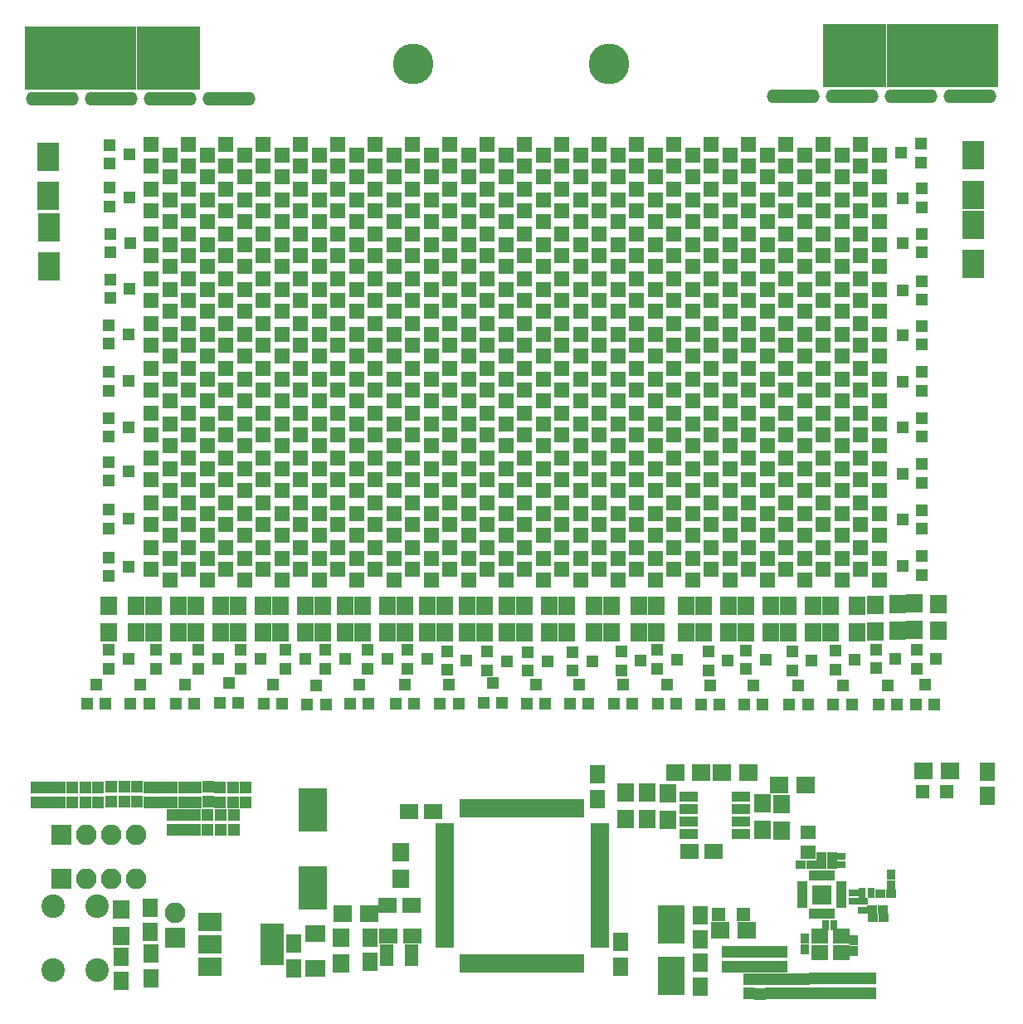
<source format=gbr>
G04 #@! TF.FileFunction,Soldermask,Top*
%FSLAX46Y46*%
G04 Gerber Fmt 4.6, Leading zero omitted, Abs format (unit mm)*
G04 Created by KiCad (PCBNEW 4.0.7) date 05/19/20 22:09:12*
%MOMM*%
%LPD*%
G01*
G04 APERTURE LIST*
%ADD10C,0.100000*%
%ADD11R,1.650000X1.900000*%
%ADD12R,1.150000X1.200000*%
%ADD13R,1.300000X1.200000*%
%ADD14R,1.600000X1.600000*%
%ADD15R,1.400000X1.400000*%
%ADD16R,1.000000X0.800000*%
%ADD17R,2.100000X2.100000*%
%ADD18O,2.100000X2.100000*%
%ADD19C,2.400000*%
%ADD20R,1.900000X1.650000*%
%ADD21R,1.700000X1.900000*%
%ADD22R,2.400000X4.200000*%
%ADD23R,2.400000X1.900000*%
%ADD24R,1.900000X1.700000*%
%ADD25R,2.800000X3.900000*%
%ADD26R,1.400000X2.200000*%
%ADD27R,1.000000X0.900000*%
%ADD28R,0.900000X1.000000*%
%ADD29R,0.800000X1.000000*%
%ADD30R,1.800000X1.600000*%
%ADD31R,1.130000X0.700000*%
%ADD32R,0.700000X1.130000*%
%ADD33R,1.150000X1.150000*%
%ADD34R,0.680000X1.900000*%
%ADD35R,1.900000X0.680000*%
%ADD36R,2.100000X1.700000*%
%ADD37R,2.200000X2.900000*%
%ADD38R,6.400000X6.400000*%
%ADD39R,1.950000X1.000000*%
%ADD40R,1.200000X1.300000*%
%ADD41R,1.650000X1.400000*%
%ADD42C,4.150000*%
%ADD43R,11.400000X6.400000*%
%ADD44O,5.400000X1.400000*%
%ADD45R,2.900000X4.400000*%
G04 APERTURE END LIST*
D10*
D11*
X119300000Y-143150000D03*
X119300000Y-140650000D03*
D12*
X124245800Y-143829400D03*
X124245800Y-142329400D03*
X57800000Y-122850000D03*
X57800000Y-124350000D03*
D13*
X111190000Y-108940000D03*
X111190000Y-110840000D03*
X113190000Y-109890000D03*
D14*
X128016000Y-91397000D03*
X128016000Y-89197000D03*
X82296000Y-59393000D03*
X82296000Y-57193000D03*
X120396000Y-59393000D03*
X120396000Y-57193000D03*
D15*
X123650000Y-135750000D03*
X121150000Y-135750000D03*
D16*
X134970000Y-134430000D03*
X134970000Y-133530000D03*
D11*
X111150000Y-141100000D03*
X111150000Y-138600000D03*
X119300000Y-135850000D03*
X119300000Y-138350000D03*
D17*
X54100000Y-132100000D03*
D18*
X56640000Y-132100000D03*
X59180000Y-132100000D03*
X61720000Y-132100000D03*
D19*
X53200000Y-134900000D03*
X57700000Y-134900000D03*
X53200000Y-141400000D03*
X57700000Y-141400000D03*
D11*
X85618000Y-138116000D03*
X85618000Y-140616000D03*
D20*
X89928000Y-137996000D03*
X87428000Y-137996000D03*
D21*
X82575000Y-140800000D03*
X82575000Y-138100000D03*
D22*
X75550000Y-138800000D03*
D23*
X69250000Y-138800000D03*
X69250000Y-141100000D03*
X69250000Y-136500000D03*
D11*
X63100000Y-135050000D03*
X63100000Y-137550000D03*
X63200000Y-139750000D03*
X63200000Y-142250000D03*
D24*
X82750000Y-135725000D03*
X85450000Y-135725000D03*
D21*
X60200000Y-135250000D03*
X60200000Y-137950000D03*
D20*
X87350000Y-134800000D03*
X89850000Y-134800000D03*
D11*
X77800000Y-138750000D03*
X77800000Y-141250000D03*
D25*
X116300000Y-142000000D03*
X116300000Y-136800000D03*
D26*
X89768000Y-139936000D03*
X87268000Y-139936000D03*
D27*
X132758000Y-129816000D03*
X131658000Y-129816000D03*
X132718000Y-130696000D03*
X131618000Y-130696000D03*
X129498000Y-130676000D03*
X130598000Y-130676000D03*
D28*
X129928000Y-139356000D03*
X129928000Y-138256000D03*
X134952000Y-139464000D03*
X134952000Y-138364000D03*
D27*
X137980000Y-136080000D03*
X136880000Y-136080000D03*
X137910000Y-135260000D03*
X136810000Y-135260000D03*
X137620000Y-133610000D03*
X138720000Y-133610000D03*
D28*
X138710000Y-131670000D03*
X138710000Y-132770000D03*
D29*
X136690000Y-133570000D03*
X135790000Y-133570000D03*
D16*
X135890000Y-135340000D03*
X135890000Y-134440000D03*
D29*
X132943000Y-136851000D03*
X132043000Y-136851000D03*
D16*
X133608000Y-129826000D03*
X133608000Y-130726000D03*
D30*
X131443000Y-139701000D03*
X133643000Y-139701000D03*
X133643000Y-138001000D03*
X131443000Y-138001000D03*
D17*
X54100000Y-127600000D03*
D18*
X56640000Y-127600000D03*
X59180000Y-127600000D03*
X61720000Y-127600000D03*
D31*
X129700000Y-132743000D03*
X129700000Y-133243000D03*
X129700000Y-133743000D03*
X129700000Y-134243000D03*
X129700000Y-134743000D03*
D32*
X130665000Y-135708000D03*
X131165000Y-135708000D03*
X131665000Y-135708000D03*
X132165000Y-135708000D03*
X132665000Y-135708000D03*
D31*
X133630000Y-134743000D03*
X133630000Y-134243000D03*
X133630000Y-133743000D03*
X133630000Y-133243000D03*
X133630000Y-132743000D03*
D32*
X132665000Y-131778000D03*
X132165000Y-131778000D03*
X131665000Y-131778000D03*
X131165000Y-131778000D03*
X130665000Y-131778000D03*
D33*
X132040000Y-134118000D03*
X132040000Y-133368000D03*
X131290000Y-134118000D03*
X131290000Y-133368000D03*
D34*
X95098000Y-140726000D03*
X95598000Y-140726000D03*
X96098000Y-140726000D03*
X96598000Y-140726000D03*
X97098000Y-140726000D03*
X97598000Y-140726000D03*
X98098000Y-140726000D03*
X98598000Y-140726000D03*
X99098000Y-140726000D03*
X99598000Y-140726000D03*
X100098000Y-140726000D03*
X100598000Y-140726000D03*
X101098000Y-140726000D03*
X101598000Y-140726000D03*
X102098000Y-140726000D03*
X102598000Y-140726000D03*
X103098000Y-140726000D03*
X103598000Y-140726000D03*
X104098000Y-140726000D03*
X104598000Y-140726000D03*
X105098000Y-140726000D03*
X105598000Y-140726000D03*
X106098000Y-140726000D03*
X106598000Y-140726000D03*
X107098000Y-140726000D03*
D35*
X108998000Y-138826000D03*
X108998000Y-138326000D03*
X108998000Y-137826000D03*
X108998000Y-137326000D03*
X108998000Y-136826000D03*
X108998000Y-136326000D03*
X108998000Y-135826000D03*
X108998000Y-135326000D03*
X108998000Y-134826000D03*
X108998000Y-134326000D03*
X108998000Y-133826000D03*
X108998000Y-133326000D03*
X108998000Y-132826000D03*
X108998000Y-132326000D03*
X108998000Y-131826000D03*
X108998000Y-131326000D03*
X108998000Y-130826000D03*
X108998000Y-130326000D03*
X108998000Y-129826000D03*
X108998000Y-129326000D03*
X108998000Y-128826000D03*
X108998000Y-128326000D03*
X108998000Y-127826000D03*
X108998000Y-127326000D03*
X108998000Y-126826000D03*
D34*
X107098000Y-124926000D03*
X106598000Y-124926000D03*
X106098000Y-124926000D03*
X105598000Y-124926000D03*
X105098000Y-124926000D03*
X104598000Y-124926000D03*
X104098000Y-124926000D03*
X103598000Y-124926000D03*
X103098000Y-124926000D03*
X102598000Y-124926000D03*
X102098000Y-124926000D03*
X101598000Y-124926000D03*
X101098000Y-124926000D03*
X100598000Y-124926000D03*
X100098000Y-124926000D03*
X99598000Y-124926000D03*
X99098000Y-124926000D03*
X98598000Y-124926000D03*
X98098000Y-124926000D03*
X97598000Y-124926000D03*
X97098000Y-124926000D03*
X96598000Y-124926000D03*
X96098000Y-124926000D03*
X95598000Y-124926000D03*
X95098000Y-124926000D03*
D35*
X93198000Y-126826000D03*
X93198000Y-127326000D03*
X93198000Y-127826000D03*
X93198000Y-128326000D03*
X93198000Y-128826000D03*
X93198000Y-129326000D03*
X93198000Y-129826000D03*
X93198000Y-130326000D03*
X93198000Y-130826000D03*
X93198000Y-131326000D03*
X93198000Y-131826000D03*
X93198000Y-132326000D03*
X93198000Y-132826000D03*
X93198000Y-133326000D03*
X93198000Y-133826000D03*
X93198000Y-134326000D03*
X93198000Y-134826000D03*
X93198000Y-135326000D03*
X93198000Y-135826000D03*
X93198000Y-136326000D03*
X93198000Y-136826000D03*
X93198000Y-137326000D03*
X93198000Y-137826000D03*
X93198000Y-138326000D03*
X93198000Y-138826000D03*
D20*
X118150000Y-129300000D03*
X120650000Y-129300000D03*
D36*
X80000000Y-141250000D03*
X80000000Y-137750000D03*
D24*
X121300000Y-137400000D03*
X124000000Y-137400000D03*
X124200000Y-121300000D03*
X121500000Y-121300000D03*
X130000000Y-122550000D03*
X127300000Y-122550000D03*
D21*
X125650000Y-124450000D03*
X125650000Y-127150000D03*
X127550000Y-127200000D03*
X127550000Y-124500000D03*
D24*
X144750000Y-121100000D03*
X142050000Y-121100000D03*
X116700000Y-121300000D03*
X119400000Y-121300000D03*
D21*
X111650000Y-123350000D03*
X111650000Y-126050000D03*
X115950000Y-123400000D03*
X115950000Y-126100000D03*
X113850000Y-126000000D03*
X113850000Y-123300000D03*
D37*
X52775000Y-69675000D03*
X52775000Y-65675000D03*
X52750000Y-62450000D03*
X52750000Y-58450000D03*
X147125000Y-69425000D03*
X147125000Y-65425000D03*
X147100000Y-62325000D03*
X147100000Y-58325000D03*
D38*
X65000000Y-48375000D03*
X135000000Y-48125000D03*
D39*
X123450000Y-127555000D03*
X123450000Y-126285000D03*
X123450000Y-125015000D03*
X123450000Y-123745000D03*
X118050000Y-123745000D03*
X118050000Y-125015000D03*
X118050000Y-126285000D03*
X118050000Y-127555000D03*
D11*
X108800000Y-121500000D03*
X108800000Y-124000000D03*
D20*
X89550000Y-125300000D03*
X92050000Y-125300000D03*
D11*
X60200000Y-140050000D03*
X60200000Y-142550000D03*
X148550000Y-123700000D03*
X148550000Y-121200000D03*
D15*
X141950000Y-123250000D03*
X144450000Y-123250000D03*
D40*
X141270000Y-114310000D03*
X143170000Y-114310000D03*
X142220000Y-112310000D03*
X105948000Y-114276000D03*
X107848000Y-114276000D03*
X106898000Y-112276000D03*
X70248000Y-114176000D03*
X72148000Y-114176000D03*
X71198000Y-112176000D03*
X137448000Y-114376000D03*
X139348000Y-114376000D03*
X138398000Y-112376000D03*
X101548000Y-114276000D03*
X103448000Y-114276000D03*
X102498000Y-112276000D03*
X65748000Y-114276000D03*
X67648000Y-114276000D03*
X66698000Y-112276000D03*
X132848000Y-114376000D03*
X134748000Y-114376000D03*
X133798000Y-112376000D03*
X97148000Y-114176000D03*
X99048000Y-114176000D03*
X98098000Y-112176000D03*
X61148000Y-114276000D03*
X63048000Y-114276000D03*
X62098000Y-112276000D03*
X128348000Y-114376000D03*
X130248000Y-114376000D03*
X129298000Y-112376000D03*
X92698000Y-114276000D03*
X94598000Y-114276000D03*
X93648000Y-112276000D03*
X56698000Y-114296000D03*
X58598000Y-114296000D03*
X57648000Y-112296000D03*
X88198000Y-114276000D03*
X90098000Y-114276000D03*
X89148000Y-112276000D03*
X119348000Y-114376000D03*
X121248000Y-114376000D03*
X120298000Y-112376000D03*
X83548000Y-114276000D03*
X85448000Y-114276000D03*
X84498000Y-112276000D03*
X114948000Y-114276000D03*
X116848000Y-114276000D03*
X115898000Y-112276000D03*
X79148000Y-114376000D03*
X81048000Y-114376000D03*
X80098000Y-112376000D03*
X110448000Y-114276000D03*
X112348000Y-114276000D03*
X111398000Y-112276000D03*
X74742000Y-114284000D03*
X76642000Y-114284000D03*
X75692000Y-112284000D03*
D13*
X59098000Y-66326000D03*
X59098000Y-68226000D03*
X61098000Y-67276000D03*
D21*
X141150000Y-104050000D03*
X141150000Y-106750000D03*
X105664000Y-104314000D03*
X105664000Y-107014000D03*
X72136000Y-104314000D03*
X72136000Y-107014000D03*
X137125000Y-104225000D03*
X137125000Y-106925000D03*
X101346000Y-104314000D03*
X101346000Y-107014000D03*
X67818000Y-104314000D03*
X67818000Y-107014000D03*
X132588000Y-104314000D03*
X132588000Y-107014000D03*
X97282000Y-104314000D03*
X97282000Y-107014000D03*
X63500000Y-104314000D03*
X63500000Y-107014000D03*
X128270000Y-104314000D03*
X128270000Y-107014000D03*
X93218000Y-104314000D03*
X93218000Y-107014000D03*
X58928000Y-104314000D03*
X58928000Y-107014000D03*
X123952000Y-104314000D03*
X123952000Y-107014000D03*
X89154000Y-104314000D03*
X89154000Y-107014000D03*
X119634000Y-104314000D03*
X119634000Y-107014000D03*
X84836000Y-104314000D03*
X84836000Y-107014000D03*
X114808000Y-104314000D03*
X114808000Y-107014000D03*
X80772000Y-104314000D03*
X80772000Y-107014000D03*
X110236000Y-104314000D03*
X110236000Y-107014000D03*
X76454000Y-104314000D03*
X76454000Y-107014000D03*
D40*
X123748000Y-114376000D03*
X125648000Y-114376000D03*
X124698000Y-112376000D03*
D13*
X59000000Y-57250000D03*
X59000000Y-59150000D03*
X61000000Y-58200000D03*
X58898000Y-80416000D03*
X58898000Y-82316000D03*
X60898000Y-81366000D03*
X58998000Y-61626000D03*
X58998000Y-63526000D03*
X60998000Y-62576000D03*
X58908000Y-85136000D03*
X58908000Y-87036000D03*
X60908000Y-86086000D03*
X58908000Y-89606000D03*
X58908000Y-91506000D03*
X60908000Y-90556000D03*
X59048000Y-70976000D03*
X59048000Y-72876000D03*
X61048000Y-71926000D03*
X58928000Y-94456000D03*
X58928000Y-96356000D03*
X60928000Y-95406000D03*
X58898000Y-75626000D03*
X58898000Y-77526000D03*
X60898000Y-76576000D03*
X58898000Y-99326000D03*
X58898000Y-101226000D03*
X60898000Y-100276000D03*
X141898000Y-101126000D03*
X141898000Y-99226000D03*
X139898000Y-100176000D03*
X141898000Y-77626000D03*
X141898000Y-75726000D03*
X139898000Y-76676000D03*
X141898000Y-96426000D03*
X141898000Y-94526000D03*
X139898000Y-95476000D03*
X141898000Y-73026000D03*
X141898000Y-71126000D03*
X139898000Y-72076000D03*
X141898000Y-91726000D03*
X141898000Y-89826000D03*
X139898000Y-90776000D03*
X141898000Y-68226000D03*
X141898000Y-66326000D03*
X139898000Y-67276000D03*
X141898000Y-87026000D03*
X141898000Y-85126000D03*
X139898000Y-86076000D03*
X141898000Y-63626000D03*
X141898000Y-61726000D03*
X139898000Y-62676000D03*
X141898000Y-82326000D03*
X141898000Y-80426000D03*
X139898000Y-81376000D03*
X141798000Y-59026000D03*
X141798000Y-57126000D03*
X139798000Y-58076000D03*
D14*
X135636000Y-59393000D03*
X135636000Y-57193000D03*
X131826000Y-59393000D03*
X131826000Y-57193000D03*
X128016000Y-59393000D03*
X128016000Y-57193000D03*
X124206000Y-59393000D03*
X124206000Y-57193000D03*
X116586000Y-59393000D03*
X116586000Y-57193000D03*
X112776000Y-59393000D03*
X112776000Y-57193000D03*
X108966000Y-59393000D03*
X108966000Y-57193000D03*
X105156000Y-59393000D03*
X105156000Y-57193000D03*
X101346000Y-59393000D03*
X101346000Y-57193000D03*
X97536000Y-59393000D03*
X97536000Y-57193000D03*
X93726000Y-59393000D03*
X93726000Y-57193000D03*
X89916000Y-59393000D03*
X89916000Y-57193000D03*
X86106000Y-59393000D03*
X86106000Y-57193000D03*
X78486000Y-59393000D03*
X78486000Y-57193000D03*
X74676000Y-59393000D03*
X74676000Y-57193000D03*
X70866000Y-59393000D03*
X70866000Y-57193000D03*
X67056000Y-59393000D03*
X67056000Y-57193000D03*
X63246000Y-59393000D03*
X63246000Y-57193000D03*
X137541000Y-60536000D03*
X137541000Y-58336000D03*
X133731000Y-60536000D03*
X133731000Y-58336000D03*
X129921000Y-60536000D03*
X129921000Y-58336000D03*
X126111000Y-60536000D03*
X126111000Y-58336000D03*
X122301000Y-60536000D03*
X122301000Y-58336000D03*
X118491000Y-60536000D03*
X118491000Y-58336000D03*
X114681000Y-60536000D03*
X114681000Y-58336000D03*
X110871000Y-60536000D03*
X110871000Y-58336000D03*
X107061000Y-60536000D03*
X107061000Y-58336000D03*
X103251000Y-60536000D03*
X103251000Y-58336000D03*
X99441000Y-60536000D03*
X99441000Y-58336000D03*
X95631000Y-60536000D03*
X95631000Y-58336000D03*
X91821000Y-60536000D03*
X91821000Y-58336000D03*
X88011000Y-60536000D03*
X88011000Y-58336000D03*
X84201000Y-60536000D03*
X84201000Y-58336000D03*
X80391000Y-60536000D03*
X80391000Y-58336000D03*
X76581000Y-60536000D03*
X76581000Y-58336000D03*
X72771000Y-60536000D03*
X72771000Y-58336000D03*
X68961000Y-60536000D03*
X68961000Y-58336000D03*
X65151000Y-60536000D03*
X65151000Y-58336000D03*
X135636000Y-63965000D03*
X135636000Y-61765000D03*
X131826000Y-63965000D03*
X131826000Y-61765000D03*
X128016000Y-63965000D03*
X128016000Y-61765000D03*
X124206000Y-63965000D03*
X124206000Y-61765000D03*
X120396000Y-63965000D03*
X120396000Y-61765000D03*
X116586000Y-63965000D03*
X116586000Y-61765000D03*
X112776000Y-63965000D03*
X112776000Y-61765000D03*
X108966000Y-63965000D03*
X108966000Y-61765000D03*
X105156000Y-63965000D03*
X105156000Y-61765000D03*
X101346000Y-63965000D03*
X101346000Y-61765000D03*
X97536000Y-63965000D03*
X97536000Y-61765000D03*
X93726000Y-63965000D03*
X93726000Y-61765000D03*
X89916000Y-63965000D03*
X89916000Y-61765000D03*
X86106000Y-63965000D03*
X86106000Y-61765000D03*
X82296000Y-63965000D03*
X82296000Y-61765000D03*
X78486000Y-63965000D03*
X78486000Y-61765000D03*
X74676000Y-63965000D03*
X74676000Y-61765000D03*
X70866000Y-63965000D03*
X70866000Y-61765000D03*
X67056000Y-63965000D03*
X67056000Y-61765000D03*
X63246000Y-63965000D03*
X63246000Y-61765000D03*
X137541000Y-65108000D03*
X137541000Y-62908000D03*
X133731000Y-65108000D03*
X133731000Y-62908000D03*
X129921000Y-65108000D03*
X129921000Y-62908000D03*
X126111000Y-65108000D03*
X126111000Y-62908000D03*
X122301000Y-65108000D03*
X122301000Y-62908000D03*
X118491000Y-65108000D03*
X118491000Y-62908000D03*
X114681000Y-65108000D03*
X114681000Y-62908000D03*
X110871000Y-65108000D03*
X110871000Y-62908000D03*
X107061000Y-65108000D03*
X107061000Y-62908000D03*
X103251000Y-65108000D03*
X103251000Y-62908000D03*
X99441000Y-65108000D03*
X99441000Y-62908000D03*
X95631000Y-65108000D03*
X95631000Y-62908000D03*
X91821000Y-65108000D03*
X91821000Y-62908000D03*
X88011000Y-65108000D03*
X88011000Y-62908000D03*
X84201000Y-65108000D03*
X84201000Y-62908000D03*
X80391000Y-65108000D03*
X80391000Y-62908000D03*
X76581000Y-65108000D03*
X76581000Y-62908000D03*
X72771000Y-65108000D03*
X72771000Y-62908000D03*
X68961000Y-65108000D03*
X68961000Y-62908000D03*
X65151000Y-65108000D03*
X65151000Y-62908000D03*
X135636000Y-68537000D03*
X135636000Y-66337000D03*
X131826000Y-68537000D03*
X131826000Y-66337000D03*
X128016000Y-68537000D03*
X128016000Y-66337000D03*
X124206000Y-68537000D03*
X124206000Y-66337000D03*
X120396000Y-68537000D03*
X120396000Y-66337000D03*
X116586000Y-68537000D03*
X116586000Y-66337000D03*
X112776000Y-68537000D03*
X112776000Y-66337000D03*
X108966000Y-68537000D03*
X108966000Y-66337000D03*
X105156000Y-68537000D03*
X105156000Y-66337000D03*
X101346000Y-68537000D03*
X101346000Y-66337000D03*
X97536000Y-68537000D03*
X97536000Y-66337000D03*
X93726000Y-68537000D03*
X93726000Y-66337000D03*
X89916000Y-68537000D03*
X89916000Y-66337000D03*
X86106000Y-68537000D03*
X86106000Y-66337000D03*
X82296000Y-68537000D03*
X82296000Y-66337000D03*
X78486000Y-68537000D03*
X78486000Y-66337000D03*
X74676000Y-68537000D03*
X74676000Y-66337000D03*
X70866000Y-68537000D03*
X70866000Y-66337000D03*
X67056000Y-68537000D03*
X67056000Y-66337000D03*
X63246000Y-68537000D03*
X63246000Y-66337000D03*
X137541000Y-69680000D03*
X137541000Y-67480000D03*
X133731000Y-69680000D03*
X133731000Y-67480000D03*
X129921000Y-69680000D03*
X129921000Y-67480000D03*
X126111000Y-69680000D03*
X126111000Y-67480000D03*
X122301000Y-69680000D03*
X122301000Y-67480000D03*
X118491000Y-69680000D03*
X118491000Y-67480000D03*
X114681000Y-69680000D03*
X114681000Y-67480000D03*
X110871000Y-69680000D03*
X110871000Y-67480000D03*
X107061000Y-69680000D03*
X107061000Y-67480000D03*
X103251000Y-69680000D03*
X103251000Y-67480000D03*
X99441000Y-69680000D03*
X99441000Y-67480000D03*
X95631000Y-69680000D03*
X95631000Y-67480000D03*
X91821000Y-69680000D03*
X91821000Y-67480000D03*
X88011000Y-69680000D03*
X88011000Y-67480000D03*
X84201000Y-69680000D03*
X84201000Y-67480000D03*
X80391000Y-69680000D03*
X80391000Y-67480000D03*
X76581000Y-69680000D03*
X76581000Y-67480000D03*
X72771000Y-69680000D03*
X72771000Y-67480000D03*
X68961000Y-69680000D03*
X68961000Y-67480000D03*
X65151000Y-69680000D03*
X65151000Y-67480000D03*
X135636000Y-73109000D03*
X135636000Y-70909000D03*
X131826000Y-73109000D03*
X131826000Y-70909000D03*
X128016000Y-73109000D03*
X128016000Y-70909000D03*
X124206000Y-73109000D03*
X124206000Y-70909000D03*
X120396000Y-73109000D03*
X120396000Y-70909000D03*
X116586000Y-73109000D03*
X116586000Y-70909000D03*
X112776000Y-73109000D03*
X112776000Y-70909000D03*
X108966000Y-73109000D03*
X108966000Y-70909000D03*
X105156000Y-73109000D03*
X105156000Y-70909000D03*
X101346000Y-73109000D03*
X101346000Y-70909000D03*
X97536000Y-73109000D03*
X97536000Y-70909000D03*
X93726000Y-73109000D03*
X93726000Y-70909000D03*
X89916000Y-73109000D03*
X89916000Y-70909000D03*
X86106000Y-73109000D03*
X86106000Y-70909000D03*
X82296000Y-73109000D03*
X82296000Y-70909000D03*
X78486000Y-73109000D03*
X78486000Y-70909000D03*
X74676000Y-73109000D03*
X74676000Y-70909000D03*
X70866000Y-73109000D03*
X70866000Y-70909000D03*
X67056000Y-73109000D03*
X67056000Y-70909000D03*
X63246000Y-73109000D03*
X63246000Y-70909000D03*
X137541000Y-74252000D03*
X137541000Y-72052000D03*
X133731000Y-74252000D03*
X133731000Y-72052000D03*
X129921000Y-74252000D03*
X129921000Y-72052000D03*
X126111000Y-74252000D03*
X126111000Y-72052000D03*
X122301000Y-74252000D03*
X122301000Y-72052000D03*
X118491000Y-74252000D03*
X118491000Y-72052000D03*
X114681000Y-74252000D03*
X114681000Y-72052000D03*
X110871000Y-74252000D03*
X110871000Y-72052000D03*
X107061000Y-74252000D03*
X107061000Y-72052000D03*
X103251000Y-74252000D03*
X103251000Y-72052000D03*
X99441000Y-74252000D03*
X99441000Y-72052000D03*
X95631000Y-74252000D03*
X95631000Y-72052000D03*
X91821000Y-74252000D03*
X91821000Y-72052000D03*
X88011000Y-74252000D03*
X88011000Y-72052000D03*
X84201000Y-74252000D03*
X84201000Y-72052000D03*
X80391000Y-74252000D03*
X80391000Y-72052000D03*
X76581000Y-74252000D03*
X76581000Y-72052000D03*
X72771000Y-74252000D03*
X72771000Y-72052000D03*
X68961000Y-74252000D03*
X68961000Y-72052000D03*
X65151000Y-74252000D03*
X65151000Y-72052000D03*
X135636000Y-77681000D03*
X135636000Y-75481000D03*
X131826000Y-77681000D03*
X131826000Y-75481000D03*
X128016000Y-77681000D03*
X128016000Y-75481000D03*
X124206000Y-77681000D03*
X124206000Y-75481000D03*
X120396000Y-77681000D03*
X120396000Y-75481000D03*
X116586000Y-77681000D03*
X116586000Y-75481000D03*
X112776000Y-77681000D03*
X112776000Y-75481000D03*
X108966000Y-77681000D03*
X108966000Y-75481000D03*
X105156000Y-77681000D03*
X105156000Y-75481000D03*
X101346000Y-77681000D03*
X101346000Y-75481000D03*
X97536000Y-77681000D03*
X97536000Y-75481000D03*
X93726000Y-77681000D03*
X93726000Y-75481000D03*
X89916000Y-77681000D03*
X89916000Y-75481000D03*
X86106000Y-77681000D03*
X86106000Y-75481000D03*
X82296000Y-77681000D03*
X82296000Y-75481000D03*
X78486000Y-77681000D03*
X78486000Y-75481000D03*
X74676000Y-77681000D03*
X74676000Y-75481000D03*
X70866000Y-77681000D03*
X70866000Y-75481000D03*
X67056000Y-77681000D03*
X67056000Y-75481000D03*
X63246000Y-77681000D03*
X63246000Y-75481000D03*
X137541000Y-78824000D03*
X137541000Y-76624000D03*
X133731000Y-78824000D03*
X133731000Y-76624000D03*
X129921000Y-78824000D03*
X129921000Y-76624000D03*
X126111000Y-78824000D03*
X126111000Y-76624000D03*
X122301000Y-78824000D03*
X122301000Y-76624000D03*
X118491000Y-78824000D03*
X118491000Y-76624000D03*
X114681000Y-78824000D03*
X114681000Y-76624000D03*
X110871000Y-78824000D03*
X110871000Y-76624000D03*
X107061000Y-78824000D03*
X107061000Y-76624000D03*
X103251000Y-78824000D03*
X103251000Y-76624000D03*
X99441000Y-78824000D03*
X99441000Y-76624000D03*
X95631000Y-78824000D03*
X95631000Y-76624000D03*
X91821000Y-78824000D03*
X91821000Y-76624000D03*
X88011000Y-78824000D03*
X88011000Y-76624000D03*
X84201000Y-78824000D03*
X84201000Y-76624000D03*
X80391000Y-78824000D03*
X80391000Y-76624000D03*
X76581000Y-78824000D03*
X76581000Y-76624000D03*
X72771000Y-78824000D03*
X72771000Y-76624000D03*
X68961000Y-78824000D03*
X68961000Y-76624000D03*
X65151000Y-78824000D03*
X65151000Y-76624000D03*
X135636000Y-82253000D03*
X135636000Y-80053000D03*
X131826000Y-82253000D03*
X131826000Y-80053000D03*
X128016000Y-82253000D03*
X128016000Y-80053000D03*
X124206000Y-82253000D03*
X124206000Y-80053000D03*
X120396000Y-82253000D03*
X120396000Y-80053000D03*
X116586000Y-82253000D03*
X116586000Y-80053000D03*
X112776000Y-82253000D03*
X112776000Y-80053000D03*
X108966000Y-82253000D03*
X108966000Y-80053000D03*
X105156000Y-82253000D03*
X105156000Y-80053000D03*
X101346000Y-82253000D03*
X101346000Y-80053000D03*
X97536000Y-82253000D03*
X97536000Y-80053000D03*
X93726000Y-82253000D03*
X93726000Y-80053000D03*
X89916000Y-82253000D03*
X89916000Y-80053000D03*
X86106000Y-82253000D03*
X86106000Y-80053000D03*
X82296000Y-82253000D03*
X82296000Y-80053000D03*
X78486000Y-82253000D03*
X78486000Y-80053000D03*
X74676000Y-82253000D03*
X74676000Y-80053000D03*
X70866000Y-82253000D03*
X70866000Y-80053000D03*
X67056000Y-82253000D03*
X67056000Y-80053000D03*
X63246000Y-82253000D03*
X63246000Y-80053000D03*
X137541000Y-83396000D03*
X137541000Y-81196000D03*
X133731000Y-83396000D03*
X133731000Y-81196000D03*
X129921000Y-83396000D03*
X129921000Y-81196000D03*
X126111000Y-83396000D03*
X126111000Y-81196000D03*
X122301000Y-83396000D03*
X122301000Y-81196000D03*
X118491000Y-83396000D03*
X118491000Y-81196000D03*
X114681000Y-83396000D03*
X114681000Y-81196000D03*
X110871000Y-83396000D03*
X110871000Y-81196000D03*
X107061000Y-83396000D03*
X107061000Y-81196000D03*
X103251000Y-83396000D03*
X103251000Y-81196000D03*
X99441000Y-83396000D03*
X99441000Y-81196000D03*
X95631000Y-83396000D03*
X95631000Y-81196000D03*
X91821000Y-83396000D03*
X91821000Y-81196000D03*
X88011000Y-83396000D03*
X88011000Y-81196000D03*
X84201000Y-83396000D03*
X84201000Y-81196000D03*
X80391000Y-83396000D03*
X80391000Y-81196000D03*
X76581000Y-83396000D03*
X76581000Y-81196000D03*
X72771000Y-83396000D03*
X72771000Y-81196000D03*
X68961000Y-83396000D03*
X68961000Y-81196000D03*
X65151000Y-83396000D03*
X65151000Y-81196000D03*
X135636000Y-86825000D03*
X135636000Y-84625000D03*
X131826000Y-86825000D03*
X131826000Y-84625000D03*
X128016000Y-86825000D03*
X128016000Y-84625000D03*
X124206000Y-86825000D03*
X124206000Y-84625000D03*
X120396000Y-86825000D03*
X120396000Y-84625000D03*
X116586000Y-86825000D03*
X116586000Y-84625000D03*
X112776000Y-86825000D03*
X112776000Y-84625000D03*
X108966000Y-86825000D03*
X108966000Y-84625000D03*
X105156000Y-86825000D03*
X105156000Y-84625000D03*
X101346000Y-86825000D03*
X101346000Y-84625000D03*
X97536000Y-86825000D03*
X97536000Y-84625000D03*
X93726000Y-86825000D03*
X93726000Y-84625000D03*
X89916000Y-86825000D03*
X89916000Y-84625000D03*
X86106000Y-86825000D03*
X86106000Y-84625000D03*
X82296000Y-86825000D03*
X82296000Y-84625000D03*
X78486000Y-86825000D03*
X78486000Y-84625000D03*
X74676000Y-86825000D03*
X74676000Y-84625000D03*
X70866000Y-86825000D03*
X70866000Y-84625000D03*
X67056000Y-86825000D03*
X67056000Y-84625000D03*
X63246000Y-86825000D03*
X63246000Y-84625000D03*
X137541000Y-87968000D03*
X137541000Y-85768000D03*
X133731000Y-87968000D03*
X133731000Y-85768000D03*
X129921000Y-87968000D03*
X129921000Y-85768000D03*
X126111000Y-87968000D03*
X126111000Y-85768000D03*
X122301000Y-87968000D03*
X122301000Y-85768000D03*
X118491000Y-87968000D03*
X118491000Y-85768000D03*
X114681000Y-87968000D03*
X114681000Y-85768000D03*
X110871000Y-87968000D03*
X110871000Y-85768000D03*
X107061000Y-87968000D03*
X107061000Y-85768000D03*
X103251000Y-87968000D03*
X103251000Y-85768000D03*
X99441000Y-87968000D03*
X99441000Y-85768000D03*
X95631000Y-87968000D03*
X95631000Y-85768000D03*
X91821000Y-87968000D03*
X91821000Y-85768000D03*
X88011000Y-87968000D03*
X88011000Y-85768000D03*
X84201000Y-87968000D03*
X84201000Y-85768000D03*
X80391000Y-87968000D03*
X80391000Y-85768000D03*
X76581000Y-87968000D03*
X76581000Y-85768000D03*
X72771000Y-87968000D03*
X72771000Y-85768000D03*
X68961000Y-87968000D03*
X68961000Y-85768000D03*
X65151000Y-87968000D03*
X65151000Y-85768000D03*
X135636000Y-91397000D03*
X135636000Y-89197000D03*
X131826000Y-91397000D03*
X131826000Y-89197000D03*
X124206000Y-91397000D03*
X124206000Y-89197000D03*
X120396000Y-91397000D03*
X120396000Y-89197000D03*
X116586000Y-91397000D03*
X116586000Y-89197000D03*
X112776000Y-91397000D03*
X112776000Y-89197000D03*
X108966000Y-91397000D03*
X108966000Y-89197000D03*
X105156000Y-91397000D03*
X105156000Y-89197000D03*
X101346000Y-91397000D03*
X101346000Y-89197000D03*
X97536000Y-91397000D03*
X97536000Y-89197000D03*
X93726000Y-91397000D03*
X93726000Y-89197000D03*
X89916000Y-91397000D03*
X89916000Y-89197000D03*
X86106000Y-91397000D03*
X86106000Y-89197000D03*
X82296000Y-91397000D03*
X82296000Y-89197000D03*
X78486000Y-91397000D03*
X78486000Y-89197000D03*
X74676000Y-91397000D03*
X74676000Y-89197000D03*
X70866000Y-91397000D03*
X70866000Y-89197000D03*
X67056000Y-91397000D03*
X67056000Y-89197000D03*
X63246000Y-91397000D03*
X63246000Y-89197000D03*
X137541000Y-92540000D03*
X137541000Y-90340000D03*
X133731000Y-92540000D03*
X133731000Y-90340000D03*
X129921000Y-92540000D03*
X129921000Y-90340000D03*
X126111000Y-92540000D03*
X126111000Y-90340000D03*
X122301000Y-92540000D03*
X122301000Y-90340000D03*
X118491000Y-92540000D03*
X118491000Y-90340000D03*
X114681000Y-92540000D03*
X114681000Y-90340000D03*
X110871000Y-92540000D03*
X110871000Y-90340000D03*
X107061000Y-92540000D03*
X107061000Y-90340000D03*
X103251000Y-92540000D03*
X103251000Y-90340000D03*
X99441000Y-92540000D03*
X99441000Y-90340000D03*
X95631000Y-92540000D03*
X95631000Y-90340000D03*
X91821000Y-92540000D03*
X91821000Y-90340000D03*
X88011000Y-92540000D03*
X88011000Y-90340000D03*
X84201000Y-92540000D03*
X84201000Y-90340000D03*
X80391000Y-92540000D03*
X80391000Y-90340000D03*
X76581000Y-92540000D03*
X76581000Y-90340000D03*
X72771000Y-92540000D03*
X72771000Y-90340000D03*
X68961000Y-92540000D03*
X68961000Y-90340000D03*
X65151000Y-92540000D03*
X65151000Y-90340000D03*
X135636000Y-95969000D03*
X135636000Y-93769000D03*
X131826000Y-95969000D03*
X131826000Y-93769000D03*
X128016000Y-95969000D03*
X128016000Y-93769000D03*
X124206000Y-95969000D03*
X124206000Y-93769000D03*
X120396000Y-95969000D03*
X120396000Y-93769000D03*
X116586000Y-95969000D03*
X116586000Y-93769000D03*
X112776000Y-95969000D03*
X112776000Y-93769000D03*
X108966000Y-95969000D03*
X108966000Y-93769000D03*
X105156000Y-95969000D03*
X105156000Y-93769000D03*
X101346000Y-95969000D03*
X101346000Y-93769000D03*
X97536000Y-95969000D03*
X97536000Y-93769000D03*
X93726000Y-95969000D03*
X93726000Y-93769000D03*
X89916000Y-95969000D03*
X89916000Y-93769000D03*
X86106000Y-95969000D03*
X86106000Y-93769000D03*
X82296000Y-95969000D03*
X82296000Y-93769000D03*
X78486000Y-95969000D03*
X78486000Y-93769000D03*
X74676000Y-95969000D03*
X74676000Y-93769000D03*
X70866000Y-95969000D03*
X70866000Y-93769000D03*
X67056000Y-95969000D03*
X67056000Y-93769000D03*
X63246000Y-95969000D03*
X63246000Y-93769000D03*
X137541000Y-97112000D03*
X137541000Y-94912000D03*
X133731000Y-97112000D03*
X133731000Y-94912000D03*
X129921000Y-97112000D03*
X129921000Y-94912000D03*
X126111000Y-97112000D03*
X126111000Y-94912000D03*
X122301000Y-97112000D03*
X122301000Y-94912000D03*
X118491000Y-97112000D03*
X118491000Y-94912000D03*
X114681000Y-97112000D03*
X114681000Y-94912000D03*
X110871000Y-97112000D03*
X110871000Y-94912000D03*
X107061000Y-97112000D03*
X107061000Y-94912000D03*
X103251000Y-97112000D03*
X103251000Y-94912000D03*
X99441000Y-97112000D03*
X99441000Y-94912000D03*
X95631000Y-97112000D03*
X95631000Y-94912000D03*
X91821000Y-97112000D03*
X91821000Y-94912000D03*
X88011000Y-97112000D03*
X88011000Y-94912000D03*
X84201000Y-97112000D03*
X84201000Y-94912000D03*
X80391000Y-97112000D03*
X80391000Y-94912000D03*
X76581000Y-97112000D03*
X76581000Y-94912000D03*
X72771000Y-97112000D03*
X72771000Y-94912000D03*
X68961000Y-97112000D03*
X68961000Y-94912000D03*
X65151000Y-97112000D03*
X65151000Y-94912000D03*
X135636000Y-100541000D03*
X135636000Y-98341000D03*
X131826000Y-100541000D03*
X131826000Y-98341000D03*
X128016000Y-100541000D03*
X128016000Y-98341000D03*
X124206000Y-100541000D03*
X124206000Y-98341000D03*
X120396000Y-100541000D03*
X120396000Y-98341000D03*
X116586000Y-100541000D03*
X116586000Y-98341000D03*
X112776000Y-100541000D03*
X112776000Y-98341000D03*
X108966000Y-100541000D03*
X108966000Y-98341000D03*
X105156000Y-100541000D03*
X105156000Y-98341000D03*
X101346000Y-100541000D03*
X101346000Y-98341000D03*
X97536000Y-100541000D03*
X97536000Y-98341000D03*
X93726000Y-100541000D03*
X93726000Y-98341000D03*
X89916000Y-100541000D03*
X89916000Y-98341000D03*
X86106000Y-100541000D03*
X86106000Y-98341000D03*
X82296000Y-100541000D03*
X82296000Y-98341000D03*
X78486000Y-100541000D03*
X78486000Y-98341000D03*
X74676000Y-100541000D03*
X74676000Y-98341000D03*
X70866000Y-100541000D03*
X70866000Y-98341000D03*
X67056000Y-100541000D03*
X67056000Y-98341000D03*
X63246000Y-100541000D03*
X63246000Y-98341000D03*
X137541000Y-101684000D03*
X137541000Y-99484000D03*
X133731000Y-101684000D03*
X133731000Y-99484000D03*
X129921000Y-101684000D03*
X129921000Y-99484000D03*
X126111000Y-101684000D03*
X126111000Y-99484000D03*
X122301000Y-101684000D03*
X122301000Y-99484000D03*
X118491000Y-101684000D03*
X118491000Y-99484000D03*
X114681000Y-101684000D03*
X114681000Y-99484000D03*
X110871000Y-101684000D03*
X110871000Y-99484000D03*
X107061000Y-101684000D03*
X107061000Y-99484000D03*
X103251000Y-101684000D03*
X103251000Y-99484000D03*
X99441000Y-101684000D03*
X99441000Y-99484000D03*
X95631000Y-101684000D03*
X95631000Y-99484000D03*
X91821000Y-101684000D03*
X91821000Y-99484000D03*
X88011000Y-101684000D03*
X88011000Y-99484000D03*
X84201000Y-101684000D03*
X84201000Y-99484000D03*
X80391000Y-101684000D03*
X80391000Y-99484000D03*
X76581000Y-101684000D03*
X76581000Y-99484000D03*
X72771000Y-101684000D03*
X72771000Y-99484000D03*
X68961000Y-101684000D03*
X68961000Y-99484000D03*
X65151000Y-101684000D03*
X65151000Y-99484000D03*
D13*
X106230000Y-108980000D03*
X106230000Y-110880000D03*
X108230000Y-109930000D03*
X72406000Y-108778000D03*
X72406000Y-110678000D03*
X74406000Y-109728000D03*
X141360000Y-108780000D03*
X141360000Y-110680000D03*
X143360000Y-109730000D03*
X101660000Y-108980000D03*
X101660000Y-110880000D03*
X103660000Y-109930000D03*
X68088000Y-108778000D03*
X68088000Y-110678000D03*
X70088000Y-109728000D03*
X137200000Y-108725000D03*
X137200000Y-110625000D03*
X139200000Y-109675000D03*
X97540000Y-108970000D03*
X97540000Y-110870000D03*
X99540000Y-109920000D03*
X63770000Y-108778000D03*
X63770000Y-110678000D03*
X65770000Y-109728000D03*
X133050000Y-108850000D03*
X133050000Y-110750000D03*
X135050000Y-109800000D03*
X93410000Y-108900000D03*
X93410000Y-110800000D03*
X95410000Y-109850000D03*
X58944000Y-108778000D03*
X58944000Y-110678000D03*
X60944000Y-109728000D03*
X128660000Y-108940000D03*
X128660000Y-110840000D03*
X130660000Y-109890000D03*
X89424000Y-108778000D03*
X89424000Y-110678000D03*
X91424000Y-109728000D03*
X123930000Y-108820000D03*
X123930000Y-110720000D03*
X125930000Y-109770000D03*
X85360000Y-108778000D03*
X85360000Y-110678000D03*
X87360000Y-109728000D03*
X120090000Y-108940000D03*
X120090000Y-110840000D03*
X122090000Y-109890000D03*
X81042000Y-108778000D03*
X81042000Y-110678000D03*
X83042000Y-109728000D03*
X114895120Y-108798320D03*
X114895120Y-110698320D03*
X116895120Y-109748320D03*
X76978000Y-108778000D03*
X76978000Y-110678000D03*
X78978000Y-109728000D03*
D21*
X108458000Y-107014000D03*
X108458000Y-104314000D03*
X74676000Y-107014000D03*
X74676000Y-104314000D03*
X143550000Y-106770000D03*
X143550000Y-104070000D03*
X103886000Y-107014000D03*
X103886000Y-104314000D03*
X70358000Y-107014000D03*
X70358000Y-104314000D03*
X139400000Y-106775000D03*
X139400000Y-104075000D03*
X99568000Y-107014000D03*
X99568000Y-104314000D03*
X66040000Y-107014000D03*
X66040000Y-104314000D03*
X135250000Y-106950000D03*
X135250000Y-104250000D03*
X95504000Y-107014000D03*
X95504000Y-104314000D03*
X61722000Y-107014000D03*
X61722000Y-104314000D03*
X130810000Y-107014000D03*
X130810000Y-104314000D03*
X126492000Y-107014000D03*
X126492000Y-104314000D03*
X87376000Y-107014000D03*
X87376000Y-104314000D03*
X122174000Y-107014000D03*
X122174000Y-104314000D03*
X83058000Y-107014000D03*
X83058000Y-104314000D03*
X117856000Y-107014000D03*
X117856000Y-104314000D03*
X78994000Y-107014000D03*
X78994000Y-104314000D03*
X113030000Y-107014000D03*
X113030000Y-104314000D03*
X91440000Y-107014000D03*
X91440000Y-104314000D03*
X88700000Y-129450000D03*
X88700000Y-132150000D03*
D17*
X65700000Y-138100000D03*
D18*
X65700000Y-135560000D03*
D41*
X130302000Y-127428000D03*
X130302000Y-129428000D03*
D42*
X110000000Y-49000000D03*
X90000000Y-49000000D03*
D12*
X55200000Y-122850000D03*
X55200000Y-124350000D03*
X53900000Y-122850000D03*
X53900000Y-124350000D03*
X72900000Y-122850000D03*
X72900000Y-124350000D03*
X70300000Y-127150000D03*
X70300000Y-125650000D03*
X52700000Y-122850000D03*
X52700000Y-124350000D03*
X71700000Y-127150000D03*
X71700000Y-125650000D03*
X69000000Y-127150000D03*
X69000000Y-125650000D03*
X67700000Y-127150000D03*
X67700000Y-125650000D03*
X56500000Y-122850000D03*
X56500000Y-124350000D03*
X65400000Y-127150000D03*
X65400000Y-125650000D03*
X65319600Y-122850000D03*
X65319600Y-124350000D03*
X69028000Y-122748400D03*
X69028000Y-124248400D03*
X51500000Y-122850000D03*
X51500000Y-124350000D03*
X70247200Y-122799200D03*
X70247200Y-124299200D03*
X64202000Y-122850000D03*
X64202000Y-124350000D03*
X63048840Y-122855080D03*
X63048840Y-124355080D03*
X66589600Y-122850000D03*
X66589600Y-124350000D03*
X61800000Y-122750000D03*
X61800000Y-124250000D03*
X66600000Y-127150000D03*
X66600000Y-125650000D03*
X67808800Y-122850000D03*
X67808800Y-124350000D03*
X59200000Y-122750000D03*
X59200000Y-124250000D03*
X136650000Y-143800000D03*
X136650000Y-142300000D03*
X126481000Y-139586200D03*
X126481000Y-141086200D03*
X127598600Y-139586200D03*
X127598600Y-141086200D03*
X125363400Y-139586200D03*
X125363400Y-141086200D03*
X71600000Y-122850000D03*
X71600000Y-124350000D03*
X60500000Y-122750000D03*
X60500000Y-124250000D03*
X124296600Y-139611600D03*
X124296600Y-141111600D03*
X123199320Y-139601440D03*
X123199320Y-141101440D03*
X135600000Y-143800000D03*
X135600000Y-142300000D03*
X133250000Y-143800000D03*
X133250000Y-142300000D03*
X126455600Y-143829400D03*
X126455600Y-142329400D03*
X125338000Y-143854800D03*
X125338000Y-142354800D03*
X127573200Y-143829400D03*
X127573200Y-142329400D03*
X132050000Y-143800000D03*
X132050000Y-142300000D03*
X128741600Y-143829400D03*
X128741600Y-142329400D03*
X129884600Y-143829400D03*
X129884600Y-142329400D03*
X134450000Y-143800000D03*
X134450000Y-142300000D03*
X130926000Y-143804000D03*
X130926000Y-142304000D03*
X122100000Y-139600000D03*
X122100000Y-141100000D03*
D43*
X56000000Y-48375000D03*
X144000000Y-48125000D03*
D44*
X53150000Y-52500000D03*
X59150000Y-52500000D03*
X146750000Y-52250000D03*
X65150000Y-52500000D03*
X71150000Y-52500000D03*
X140750000Y-52250000D03*
X134750000Y-52250000D03*
X128750000Y-52250000D03*
D45*
X79700000Y-133100000D03*
X79700000Y-125100000D03*
M02*

</source>
